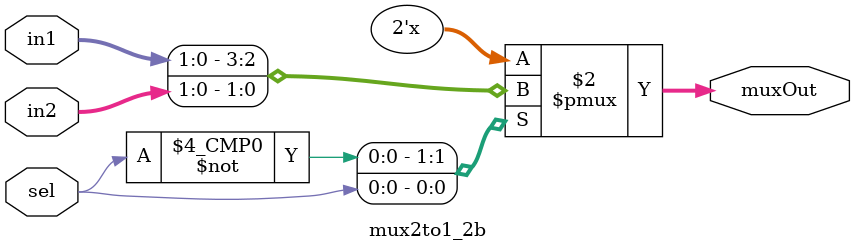
<source format=v>
module mux2to1_2b(input [1:0] in1,input [1:0] in2, input sel,output reg [1:0] muxOut);
  always@(in1,in2,sel)
  case(sel)
    1'b0: muxOut=in1;
    1'b1: muxOut=in2;
  endcase
endmodule
</source>
